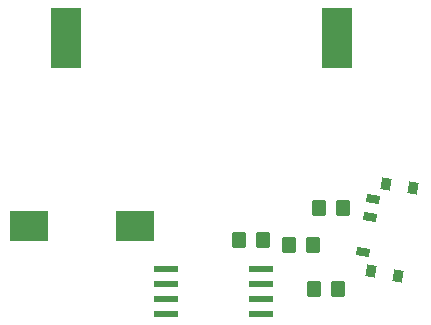
<source format=gbr>
%TF.GenerationSoftware,KiCad,Pcbnew,7.0.10*%
%TF.CreationDate,2024-01-29T00:00:28+02:00*%
%TF.ProjectId,RamenTimer_ki7,52616d65-6e54-4696-9d65-725f6b69372e,rev?*%
%TF.SameCoordinates,Original*%
%TF.FileFunction,Paste,Top*%
%TF.FilePolarity,Positive*%
%FSLAX46Y46*%
G04 Gerber Fmt 4.6, Leading zero omitted, Abs format (unit mm)*
G04 Created by KiCad (PCBNEW 7.0.10) date 2024-01-29 00:00:28*
%MOMM*%
%LPD*%
G01*
G04 APERTURE LIST*
G04 Aperture macros list*
%AMRoundRect*
0 Rectangle with rounded corners*
0 $1 Rounding radius*
0 $2 $3 $4 $5 $6 $7 $8 $9 X,Y pos of 4 corners*
0 Add a 4 corners polygon primitive as box body*
4,1,4,$2,$3,$4,$5,$6,$7,$8,$9,$2,$3,0*
0 Add four circle primitives for the rounded corners*
1,1,$1+$1,$2,$3*
1,1,$1+$1,$4,$5*
1,1,$1+$1,$6,$7*
1,1,$1+$1,$8,$9*
0 Add four rect primitives between the rounded corners*
20,1,$1+$1,$2,$3,$4,$5,0*
20,1,$1+$1,$4,$5,$6,$7,0*
20,1,$1+$1,$6,$7,$8,$9,0*
20,1,$1+$1,$8,$9,$2,$3,0*%
%AMRotRect*
0 Rectangle, with rotation*
0 The origin of the aperture is its center*
0 $1 length*
0 $2 width*
0 $3 Rotation angle, in degrees counterclockwise*
0 Add horizontal line*
21,1,$1,$2,0,0,$3*%
G04 Aperture macros list end*
%ADD10R,3.200000X2.500000*%
%ADD11R,2.146300X0.533400*%
%ADD12RotRect,1.100000X0.700000X170.000000*%
%ADD13RotRect,1.000000X0.800000X260.000000*%
%ADD14RoundRect,0.250000X-0.350000X-0.450000X0.350000X-0.450000X0.350000X0.450000X-0.350000X0.450000X0*%
%ADD15RoundRect,0.250000X0.350000X0.450000X-0.350000X0.450000X-0.350000X-0.450000X0.350000X-0.450000X0*%
%ADD16R,2.500000X5.100000*%
G04 APERTURE END LIST*
D10*
%TO.C,LS1*%
X148120000Y-107069331D03*
X139120000Y-107069331D03*
%TD*%
D11*
%TO.C,U1*%
X150721550Y-110740000D03*
X150721550Y-112010000D03*
X150721550Y-113280000D03*
X150721550Y-114550000D03*
X158735250Y-114550000D03*
X158735250Y-113280000D03*
X158735250Y-112010000D03*
X158735250Y-110740000D03*
%TD*%
D12*
%TO.C,SW1*%
X167420908Y-109252627D03*
X167941852Y-106298203D03*
X168202325Y-104820992D03*
D13*
X168046762Y-110886122D03*
X170311820Y-111285512D03*
X169349124Y-103500064D03*
X171614182Y-103899454D03*
%TD*%
D14*
%TO.C,R4*%
X161150000Y-108680000D03*
X163150000Y-108680000D03*
%TD*%
%TO.C,R3*%
X163230000Y-112440000D03*
X165230000Y-112440000D03*
%TD*%
D15*
%TO.C,R2*%
X156880000Y-108310000D03*
X158880000Y-108310000D03*
%TD*%
D14*
%TO.C,R1*%
X163700000Y-105570000D03*
X165700000Y-105570000D03*
%TD*%
D16*
%TO.C,BT1*%
X142280000Y-91170000D03*
X165180000Y-91170000D03*
%TD*%
M02*

</source>
